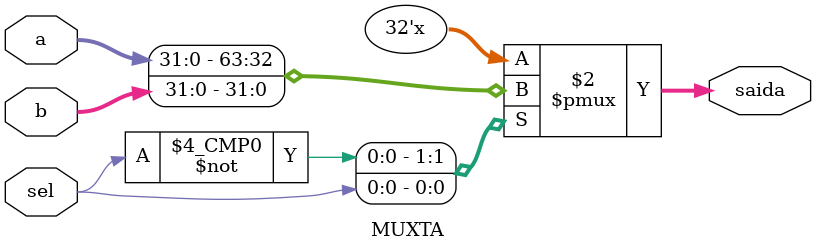
<source format=v>
module MUXTA#(parameter tam_dado = 32)(
input sel,
input [tam_dado-1:0]a,
input [tam_dado-1:0]b,
output reg [tam_dado-1:0] saida);

always@(*)
begin

case(sel)

1'b0 : saida = a;
1'b1 : saida = b;

endcase
end


endmodule
</source>
